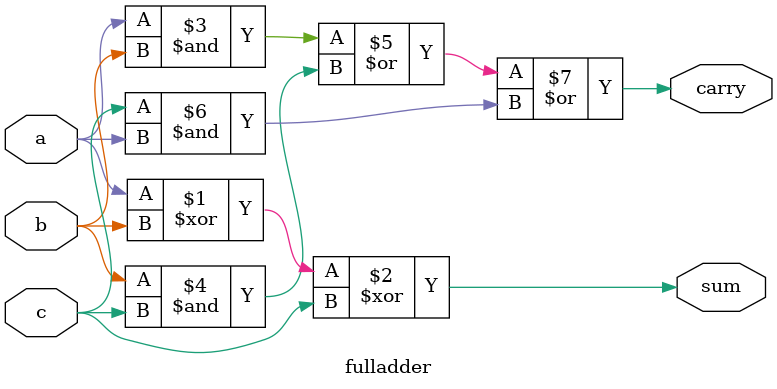
<source format=v>
`timescale 1ns / 1ps

module fulladder(sum,carry,a,b,c);
input a,b,c;
output sum,carry;

assign sum = a ^ b ^ c;
assign carry = (a&b) | (b&c) | (c&a);
endmodule



</source>
